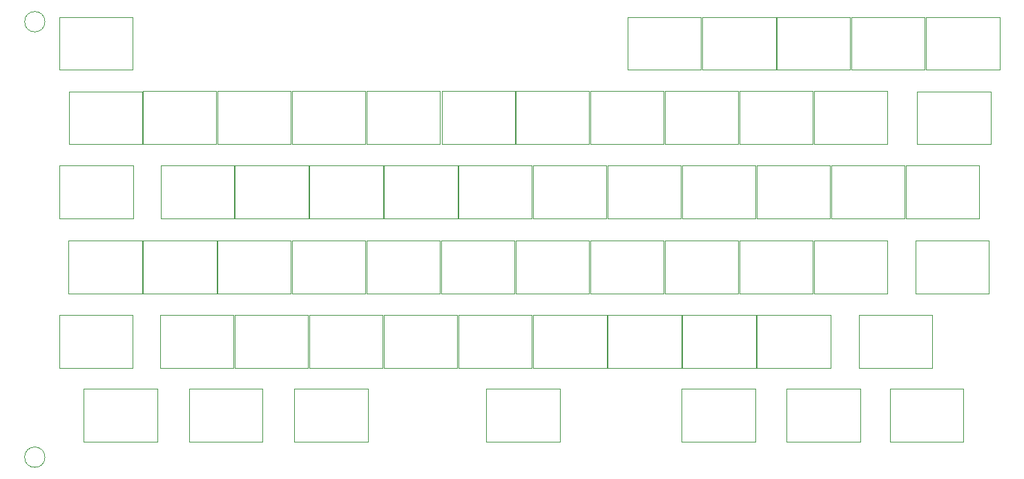
<source format=gbr>
%TF.GenerationSoftware,KiCad,Pcbnew,8.0.7*%
%TF.CreationDate,2025-01-06T21:25:14-08:00*%
%TF.ProjectId,Keyboard V1,4b657962-6f61-4726-9420-56312e6b6963,rev?*%
%TF.SameCoordinates,Original*%
%TF.FileFunction,Other,User*%
%FSLAX46Y46*%
G04 Gerber Fmt 4.6, Leading zero omitted, Abs format (unit mm)*
G04 Created by KiCad (PCBNEW 8.0.7) date 2025-01-06 21:25:14*
%MOMM*%
%LPD*%
G01*
G04 APERTURE LIST*
%ADD10C,0.050000*%
G04 APERTURE END LIST*
D10*
%TO.C,SW60*%
X213975000Y-112330000D02*
X222975000Y-112330000D01*
X213975000Y-118830000D02*
X213975000Y-112330000D01*
X222975000Y-112330000D02*
X222975000Y-118830000D01*
X222975000Y-118830000D02*
X213975000Y-118830000D01*
%TO.C,SW59*%
X201335000Y-112330000D02*
X210335000Y-112330000D01*
X201335000Y-118830000D02*
X201335000Y-112330000D01*
X210335000Y-112330000D02*
X210335000Y-118830000D01*
X210335000Y-118830000D02*
X201335000Y-118830000D01*
%TO.C,SW58*%
X188450000Y-112330000D02*
X197450000Y-112330000D01*
X188450000Y-118830000D02*
X188450000Y-112330000D01*
X197450000Y-112330000D02*
X197450000Y-118830000D01*
X197450000Y-118830000D02*
X188450000Y-118830000D01*
%TO.C,SW57*%
X164505000Y-112330000D02*
X173505000Y-112330000D01*
X164505000Y-118830000D02*
X164505000Y-112330000D01*
X173505000Y-112330000D02*
X173505000Y-118830000D01*
X173505000Y-118830000D02*
X164505000Y-118830000D01*
%TO.C,SW56*%
X140965000Y-112330000D02*
X149965000Y-112330000D01*
X140965000Y-118830000D02*
X140965000Y-112330000D01*
X149965000Y-112330000D02*
X149965000Y-118830000D01*
X149965000Y-118830000D02*
X140965000Y-118830000D01*
%TO.C,SW55*%
X128075000Y-112330000D02*
X137075000Y-112330000D01*
X128075000Y-118830000D02*
X128075000Y-112330000D01*
X137075000Y-112330000D02*
X137075000Y-118830000D01*
X137075000Y-118830000D02*
X128075000Y-118830000D01*
%TO.C,SW54*%
X115150000Y-112330000D02*
X124150000Y-112330000D01*
X115150000Y-118830000D02*
X115150000Y-112330000D01*
X124150000Y-112330000D02*
X124150000Y-118830000D01*
X124150000Y-118830000D02*
X115150000Y-118830000D01*
%TO.C,SW53*%
X210200000Y-103250000D02*
X219200000Y-103250000D01*
X210200000Y-109750000D02*
X210200000Y-103250000D01*
X219200000Y-103250000D02*
X219200000Y-109750000D01*
X219200000Y-109750000D02*
X210200000Y-109750000D01*
%TO.C,SW52*%
X197700000Y-103250000D02*
X206700000Y-103250000D01*
X197700000Y-109750000D02*
X197700000Y-103250000D01*
X206700000Y-103250000D02*
X206700000Y-109750000D01*
X206700000Y-109750000D02*
X197700000Y-109750000D01*
%TO.C,SW51*%
X188550000Y-103250000D02*
X197550000Y-103250000D01*
X188550000Y-109750000D02*
X188550000Y-103250000D01*
X197550000Y-103250000D02*
X197550000Y-109750000D01*
X197550000Y-109750000D02*
X188550000Y-109750000D01*
%TO.C,SW50*%
X179400000Y-103250000D02*
X188400000Y-103250000D01*
X179400000Y-109750000D02*
X179400000Y-103250000D01*
X188400000Y-103250000D02*
X188400000Y-109750000D01*
X188400000Y-109750000D02*
X179400000Y-109750000D01*
%TO.C,SW49*%
X170250000Y-103250000D02*
X179250000Y-103250000D01*
X170250000Y-109750000D02*
X170250000Y-103250000D01*
X179250000Y-103250000D02*
X179250000Y-109750000D01*
X179250000Y-109750000D02*
X170250000Y-109750000D01*
%TO.C,SW48*%
X161100000Y-103250000D02*
X170100000Y-103250000D01*
X161100000Y-109750000D02*
X161100000Y-103250000D01*
X170100000Y-103250000D02*
X170100000Y-109750000D01*
X170100000Y-109750000D02*
X161100000Y-109750000D01*
%TO.C,SW47*%
X151950000Y-103250000D02*
X160950000Y-103250000D01*
X151950000Y-109750000D02*
X151950000Y-103250000D01*
X160950000Y-103250000D02*
X160950000Y-109750000D01*
X160950000Y-109750000D02*
X151950000Y-109750000D01*
%TO.C,SW46*%
X142800000Y-103250000D02*
X151800000Y-103250000D01*
X142800000Y-109750000D02*
X142800000Y-103250000D01*
X151800000Y-103250000D02*
X151800000Y-109750000D01*
X151800000Y-109750000D02*
X142800000Y-109750000D01*
%TO.C,SW45*%
X133650000Y-103250000D02*
X142650000Y-103250000D01*
X133650000Y-109750000D02*
X133650000Y-103250000D01*
X142650000Y-103250000D02*
X142650000Y-109750000D01*
X142650000Y-109750000D02*
X133650000Y-109750000D01*
%TO.C,SW44*%
X124500000Y-103250000D02*
X133500000Y-103250000D01*
X124500000Y-109750000D02*
X124500000Y-103250000D01*
X133500000Y-103250000D02*
X133500000Y-109750000D01*
X133500000Y-109750000D02*
X124500000Y-109750000D01*
%TO.C,SW43*%
X112150000Y-103250000D02*
X121150000Y-103250000D01*
X112150000Y-109750000D02*
X112150000Y-103250000D01*
X121150000Y-103250000D02*
X121150000Y-109750000D01*
X121150000Y-109750000D02*
X112150000Y-109750000D01*
%TO.C,SW42*%
X217100000Y-94100000D02*
X226100000Y-94100000D01*
X217100000Y-100600000D02*
X217100000Y-94100000D01*
X226100000Y-94100000D02*
X226100000Y-100600000D01*
X226100000Y-100600000D02*
X217100000Y-100600000D01*
%TO.C,SW41*%
X204650000Y-94100000D02*
X213650000Y-94100000D01*
X204650000Y-100600000D02*
X204650000Y-94100000D01*
X213650000Y-94100000D02*
X213650000Y-100600000D01*
X213650000Y-100600000D02*
X204650000Y-100600000D01*
%TO.C,SW40*%
X195512500Y-94100000D02*
X204512500Y-94100000D01*
X195512500Y-100600000D02*
X195512500Y-94100000D01*
X204512500Y-94100000D02*
X204512500Y-100600000D01*
X204512500Y-100600000D02*
X195512500Y-100600000D01*
%TO.C,SW39*%
X186375000Y-94100000D02*
X195375000Y-94100000D01*
X186375000Y-100600000D02*
X186375000Y-94100000D01*
X195375000Y-94100000D02*
X195375000Y-100600000D01*
X195375000Y-100600000D02*
X186375000Y-100600000D01*
%TO.C,SW38*%
X177237500Y-94100000D02*
X186237500Y-94100000D01*
X177237500Y-100600000D02*
X177237500Y-94100000D01*
X186237500Y-94100000D02*
X186237500Y-100600000D01*
X186237500Y-100600000D02*
X177237500Y-100600000D01*
%TO.C,SW37*%
X168100000Y-94100000D02*
X177100000Y-94100000D01*
X168100000Y-100600000D02*
X168100000Y-94100000D01*
X177100000Y-94100000D02*
X177100000Y-100600000D01*
X177100000Y-100600000D02*
X168100000Y-100600000D01*
%TO.C,SW36*%
X158962500Y-94100000D02*
X167962500Y-94100000D01*
X158962500Y-100600000D02*
X158962500Y-94100000D01*
X167962500Y-94100000D02*
X167962500Y-100600000D01*
X167962500Y-100600000D02*
X158962500Y-100600000D01*
%TO.C,SW35*%
X149825000Y-94100000D02*
X158825000Y-94100000D01*
X149825000Y-100600000D02*
X149825000Y-94100000D01*
X158825000Y-94100000D02*
X158825000Y-100600000D01*
X158825000Y-100600000D02*
X149825000Y-100600000D01*
%TO.C,SW34*%
X140687500Y-94100000D02*
X149687500Y-94100000D01*
X140687500Y-100600000D02*
X140687500Y-94100000D01*
X149687500Y-94100000D02*
X149687500Y-100600000D01*
X149687500Y-100600000D02*
X140687500Y-100600000D01*
%TO.C,SW33*%
X131550000Y-94100000D02*
X140550000Y-94100000D01*
X131550000Y-100600000D02*
X131550000Y-94100000D01*
X140550000Y-94100000D02*
X140550000Y-100600000D01*
X140550000Y-100600000D02*
X131550000Y-100600000D01*
%TO.C,SW32*%
X122412500Y-94100000D02*
X131412500Y-94100000D01*
X122412500Y-100600000D02*
X122412500Y-94100000D01*
X131412500Y-94100000D02*
X131412500Y-100600000D01*
X131412500Y-100600000D02*
X122412500Y-100600000D01*
%TO.C,SW31*%
X113275000Y-94100000D02*
X122275000Y-94100000D01*
X113275000Y-100600000D02*
X113275000Y-94100000D01*
X122275000Y-94100000D02*
X122275000Y-100600000D01*
X122275000Y-100600000D02*
X113275000Y-100600000D01*
%TO.C,SW30*%
X215925000Y-84890000D02*
X224925000Y-84890000D01*
X215925000Y-91390000D02*
X215925000Y-84890000D01*
X224925000Y-84890000D02*
X224925000Y-91390000D01*
X224925000Y-91390000D02*
X215925000Y-91390000D01*
%TO.C,SW29*%
X206787500Y-84890000D02*
X215787500Y-84890000D01*
X206787500Y-91390000D02*
X206787500Y-84890000D01*
X215787500Y-84890000D02*
X215787500Y-91390000D01*
X215787500Y-91390000D02*
X206787500Y-91390000D01*
%TO.C,SW28*%
X197650000Y-84890000D02*
X206650000Y-84890000D01*
X197650000Y-91390000D02*
X197650000Y-84890000D01*
X206650000Y-84890000D02*
X206650000Y-91390000D01*
X206650000Y-91390000D02*
X197650000Y-91390000D01*
%TO.C,SW27*%
X188512500Y-84890000D02*
X197512500Y-84890000D01*
X188512500Y-91390000D02*
X188512500Y-84890000D01*
X197512500Y-84890000D02*
X197512500Y-91390000D01*
X197512500Y-91390000D02*
X188512500Y-91390000D01*
%TO.C,SW26*%
X179375000Y-84890000D02*
X188375000Y-84890000D01*
X179375000Y-91390000D02*
X179375000Y-84890000D01*
X188375000Y-84890000D02*
X188375000Y-91390000D01*
X188375000Y-91390000D02*
X179375000Y-91390000D01*
%TO.C,SW25*%
X170237500Y-84890000D02*
X179237500Y-84890000D01*
X170237500Y-91390000D02*
X170237500Y-84890000D01*
X179237500Y-84890000D02*
X179237500Y-91390000D01*
X179237500Y-91390000D02*
X170237500Y-91390000D01*
%TO.C,SW24*%
X161100000Y-84890000D02*
X170100000Y-84890000D01*
X161100000Y-91390000D02*
X161100000Y-84890000D01*
X170100000Y-84890000D02*
X170100000Y-91390000D01*
X170100000Y-91390000D02*
X161100000Y-91390000D01*
%TO.C,SW23*%
X151962500Y-84890000D02*
X160962500Y-84890000D01*
X151962500Y-91390000D02*
X151962500Y-84890000D01*
X160962500Y-84890000D02*
X160962500Y-91390000D01*
X160962500Y-91390000D02*
X151962500Y-91390000D01*
%TO.C,SW22*%
X142825000Y-84890000D02*
X151825000Y-84890000D01*
X142825000Y-91390000D02*
X142825000Y-84890000D01*
X151825000Y-84890000D02*
X151825000Y-91390000D01*
X151825000Y-91390000D02*
X142825000Y-91390000D01*
%TO.C,SW21*%
X133687500Y-84890000D02*
X142687500Y-84890000D01*
X133687500Y-91390000D02*
X133687500Y-84890000D01*
X142687500Y-84890000D02*
X142687500Y-91390000D01*
X142687500Y-91390000D02*
X133687500Y-91390000D01*
%TO.C,SW20*%
X124550000Y-84890000D02*
X133550000Y-84890000D01*
X124550000Y-91390000D02*
X124550000Y-84890000D01*
X133550000Y-84890000D02*
X133550000Y-91390000D01*
X133550000Y-91390000D02*
X124550000Y-91390000D01*
%TO.C,SW19*%
X112175000Y-84900000D02*
X121175000Y-84900000D01*
X112175000Y-91400000D02*
X112175000Y-84900000D01*
X121175000Y-84900000D02*
X121175000Y-91400000D01*
X121175000Y-91400000D02*
X112175000Y-91400000D01*
%TO.C,SW18*%
X217325000Y-75800000D02*
X226325000Y-75800000D01*
X217325000Y-82300000D02*
X217325000Y-75800000D01*
X226325000Y-75800000D02*
X226325000Y-82300000D01*
X226325000Y-82300000D02*
X217325000Y-82300000D01*
%TO.C,SW17*%
X204670000Y-75780000D02*
X213670000Y-75780000D01*
X204670000Y-82280000D02*
X204670000Y-75780000D01*
X213670000Y-75780000D02*
X213670000Y-82280000D01*
X213670000Y-82280000D02*
X204670000Y-82280000D01*
%TO.C,SW16*%
X195545000Y-75780000D02*
X204545000Y-75780000D01*
X195545000Y-82280000D02*
X195545000Y-75780000D01*
X204545000Y-75780000D02*
X204545000Y-82280000D01*
X204545000Y-82280000D02*
X195545000Y-82280000D01*
%TO.C,SW15*%
X186370000Y-75780000D02*
X195370000Y-75780000D01*
X186370000Y-82280000D02*
X186370000Y-75780000D01*
X195370000Y-75780000D02*
X195370000Y-82280000D01*
X195370000Y-82280000D02*
X186370000Y-82280000D01*
%TO.C,SW14*%
X177270000Y-75780000D02*
X186270000Y-75780000D01*
X177270000Y-82280000D02*
X177270000Y-75780000D01*
X186270000Y-75780000D02*
X186270000Y-82280000D01*
X186270000Y-82280000D02*
X177270000Y-82280000D01*
%TO.C,SW13*%
X168120000Y-75780000D02*
X177120000Y-75780000D01*
X168120000Y-82280000D02*
X168120000Y-75780000D01*
X177120000Y-75780000D02*
X177120000Y-82280000D01*
X177120000Y-82280000D02*
X168120000Y-82280000D01*
%TO.C,SW12*%
X159020000Y-75780000D02*
X168020000Y-75780000D01*
X159020000Y-82280000D02*
X159020000Y-75780000D01*
X168020000Y-75780000D02*
X168020000Y-82280000D01*
X168020000Y-82280000D02*
X159020000Y-82280000D01*
%TO.C,SW11*%
X149820000Y-75780000D02*
X158820000Y-75780000D01*
X149820000Y-82280000D02*
X149820000Y-75780000D01*
X158820000Y-75780000D02*
X158820000Y-82280000D01*
X158820000Y-82280000D02*
X149820000Y-82280000D01*
%TO.C,SW10*%
X140690000Y-75780000D02*
X149690000Y-75780000D01*
X140690000Y-82280000D02*
X140690000Y-75780000D01*
X149690000Y-75780000D02*
X149690000Y-82280000D01*
X149690000Y-82280000D02*
X140690000Y-82280000D01*
%TO.C,SW9*%
X131520000Y-75780000D02*
X140520000Y-75780000D01*
X131520000Y-82280000D02*
X131520000Y-75780000D01*
X140520000Y-75780000D02*
X140520000Y-82280000D01*
X140520000Y-82280000D02*
X131520000Y-82280000D01*
%TO.C,SW8*%
X122405000Y-75790000D02*
X131405000Y-75790000D01*
X122405000Y-82290000D02*
X122405000Y-75790000D01*
X131405000Y-75790000D02*
X131405000Y-82290000D01*
X131405000Y-82290000D02*
X122405000Y-82290000D01*
%TO.C,SW7*%
X113290000Y-75810000D02*
X122290000Y-75810000D01*
X113290000Y-82310000D02*
X113290000Y-75810000D01*
X122290000Y-75810000D02*
X122290000Y-82310000D01*
X122290000Y-82310000D02*
X113290000Y-82310000D01*
%TO.C,SW6*%
X218425000Y-66650000D02*
X227425000Y-66650000D01*
X218425000Y-73150000D02*
X218425000Y-66650000D01*
X227425000Y-66650000D02*
X227425000Y-73150000D01*
X227425000Y-73150000D02*
X218425000Y-73150000D01*
%TO.C,SW5*%
X209275000Y-66650000D02*
X218275000Y-66650000D01*
X209275000Y-73150000D02*
X209275000Y-66650000D01*
X218275000Y-66650000D02*
X218275000Y-73150000D01*
X218275000Y-73150000D02*
X209275000Y-73150000D01*
%TO.C,SW4*%
X200125000Y-66650000D02*
X209125000Y-66650000D01*
X200125000Y-73150000D02*
X200125000Y-66650000D01*
X209125000Y-66650000D02*
X209125000Y-73150000D01*
X209125000Y-73150000D02*
X200125000Y-73150000D01*
%TO.C,SW3*%
X191000000Y-66650000D02*
X200000000Y-66650000D01*
X191000000Y-73150000D02*
X191000000Y-66650000D01*
X200000000Y-66650000D02*
X200000000Y-73150000D01*
X200000000Y-73150000D02*
X191000000Y-73150000D01*
%TO.C,SW2*%
X181825000Y-66650000D02*
X190825000Y-66650000D01*
X181825000Y-73150000D02*
X181825000Y-66650000D01*
X190825000Y-66650000D02*
X190825000Y-73150000D01*
X190825000Y-73150000D02*
X181825000Y-73150000D01*
%TO.C,SW1*%
X112140000Y-66650000D02*
X121140000Y-66650000D01*
X112140000Y-73150000D02*
X112140000Y-66650000D01*
X121140000Y-66650000D02*
X121140000Y-73150000D01*
X121140000Y-73150000D02*
X112140000Y-73150000D01*
%TO.C,REF*%
X110380000Y-67240000D02*
G75*
G02*
X107880000Y-67240000I-1250000J0D01*
G01*
X107880000Y-67240000D02*
G75*
G02*
X110380000Y-67240000I1250000J0D01*
G01*
X110380000Y-120740000D02*
G75*
G02*
X107880000Y-120740000I-1250000J0D01*
G01*
X107880000Y-120740000D02*
G75*
G02*
X110380000Y-120740000I1250000J0D01*
G01*
%TD*%
M02*

</source>
